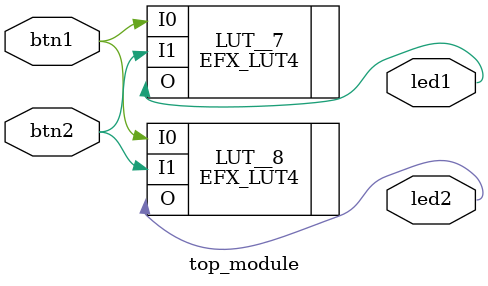
<source format=v>


module top_module (btn1, btn2, led1, led2);
    input btn1 /* verific EFX_ATTRIBUTE_PORT__IS_PRIMARY_INPUT=TRUE */ ;
    input btn2 /* verific EFX_ATTRIBUTE_PORT__IS_PRIMARY_INPUT=TRUE */ ;
    output led1 /* verific EFX_ATTRIBUTE_PORT__IS_PRIMARY_OUTPUT=TRUE */ ;
    output led2 /* verific EFX_ATTRIBUTE_PORT__IS_PRIMARY_OUTPUT=TRUE */ ;
    
    
    EFX_LUT4 LUT__7 (.I0(btn1), .I1(btn2), .O(led1)) /* verific EFX_ATTRIBUTE_CELL_NAME=EFX_LUT4, LUTMASK=16'h8888 */ ;
    defparam LUT__7.LUTMASK = 16'h8888;
    EFX_LUT4 LUT__8 (.I0(btn1), .I1(btn2), .O(led2)) /* verific EFX_ATTRIBUTE_CELL_NAME=EFX_LUT4, LUTMASK=16'heeee */ ;
    defparam LUT__8.LUTMASK = 16'heeee;
    
endmodule

//
// Verific Verilog Description of module EFX_LUT40
// module not written out since it is a black box. 
//


//
// Verific Verilog Description of module EFX_LUT41
// module not written out since it is a black box. 
//


</source>
